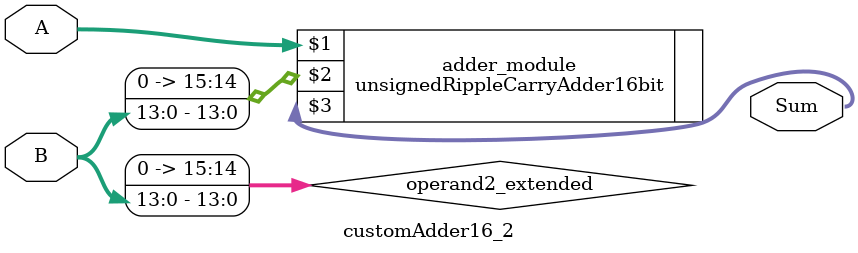
<source format=v>

module customAdder16_2(
                    input [15 : 0] A,
                    input [13 : 0] B,
                    
                    output [16 : 0] Sum
            );

    wire [15 : 0] operand2_extended;
    
    assign operand2_extended =  {2'b0, B};
    
    unsignedRippleCarryAdder16bit adder_module(
        A,
        operand2_extended,
        Sum
    );
    
endmodule
        
</source>
